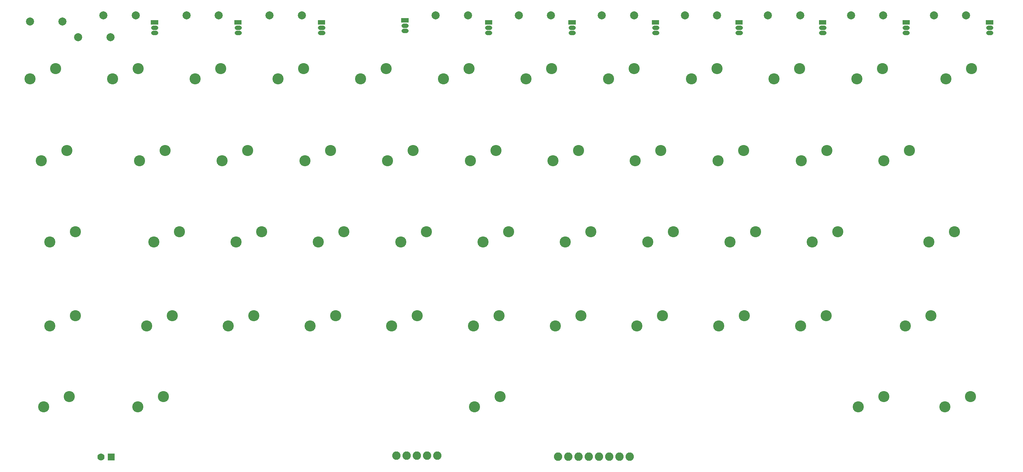
<source format=gts>
G04 Layer: TopSolderMaskLayer*
G04 EasyEDA v6.4.5, 2020-09-13T21:27:01+03:00*
G04 63316e0368094ceea4197b1f53c500b6,10*
G04 Gerber Generator version 0.2*
G04 Scale: 100 percent, Rotated: No, Reflected: No *
G04 Dimensions in millimeters *
G04 leading zeros omitted , absolute positions ,3 integer and 3 decimal *
%FSLAX33Y33*%
%MOMM*%
G90*
G71D02*

%ADD22C,1.103198*%
%ADD23C,2.743200*%
%ADD24C,2.082800*%
%ADD25R,1.778000X1.778000*%
%ADD26C,1.778000*%
%ADD28C,2.003196*%

%LPD*%
G54D22*
G01X205099Y111378D02*
G01X204399Y111378D01*
G01X205099Y110108D02*
G01X204399Y110108D01*
G01X101441Y111887D02*
G01X100741Y111887D01*
G01X101441Y110617D02*
G01X100741Y110617D01*
G01X80740Y111379D02*
G01X80040Y111379D01*
G01X80740Y110109D02*
G01X80040Y110109D01*
G01X246552Y111378D02*
G01X245852Y111378D01*
G01X246552Y110108D02*
G01X245852Y110108D01*
G01X225825Y111378D02*
G01X225125Y111378D01*
G01X225825Y110108D02*
G01X225125Y110108D01*
G01X122193Y111379D02*
G01X121493Y111379D01*
G01X122193Y110109D02*
G01X121493Y110109D01*
G01X184372Y111378D02*
G01X183672Y111378D01*
G01X184372Y110108D02*
G01X183672Y110108D01*
G01X163646Y111378D02*
G01X162946Y111378D01*
G01X163646Y110108D02*
G01X162946Y110108D01*
G01X142920Y111378D02*
G01X142220Y111378D01*
G01X142920Y110108D02*
G01X142220Y110108D01*
G01X60014Y111378D02*
G01X59314Y111378D01*
G01X60014Y110108D02*
G01X59314Y110108D01*
G01X39288Y111378D02*
G01X38588Y111378D01*
G01X39288Y110108D02*
G01X38588Y110108D01*
G54D23*
G01X28524Y98679D03*
G01X34874Y101219D03*
G01X49047Y98679D03*
G01X55397Y101219D03*
G01X69570Y98679D03*
G01X75920Y101219D03*
G01X90093Y98679D03*
G01X96443Y101219D03*
G01X110617Y98679D03*
G01X116967Y101219D03*
G01X131140Y98679D03*
G01X137490Y101219D03*
G01X151663Y98679D03*
G01X158013Y101219D03*
G01X172186Y98679D03*
G01X178536Y101219D03*
G01X192709Y98679D03*
G01X199059Y101219D03*
G54D24*
G01X139065Y4953D03*
G01X141605Y4953D03*
G01X144145Y4953D03*
G01X146685Y4953D03*
G01X149225Y4953D03*
G01X151765Y4953D03*
G01X154305Y4953D03*
G01X156845Y4953D03*
G01X98933Y5207D03*
G01X101473Y5207D03*
G01X104013Y5207D03*
G01X106553Y5207D03*
G01X109093Y5207D03*
G54D23*
G01X35179Y78359D03*
G01X41529Y80899D03*
G01X38735Y58166D03*
G01X45085Y60706D03*
G01X12954Y37338D03*
G01X19304Y39878D03*
G01X57245Y37338D03*
G01X63595Y39878D03*
G01X59167Y58166D03*
G01X65517Y60706D03*
G01X55710Y78359D03*
G01X62060Y80899D03*
G01X77533Y37338D03*
G01X83883Y39878D03*
G01X79600Y58166D03*
G01X85950Y60706D03*
G01X76242Y78359D03*
G01X82592Y80899D03*
G01X97821Y37338D03*
G01X104171Y39878D03*
G01X100033Y58166D03*
G01X106383Y60706D03*
G01X96774Y78359D03*
G01X103124Y80899D03*
G01X118110Y37338D03*
G01X124460Y39878D03*
G01X120466Y58166D03*
G01X126816Y60706D03*
G01X117305Y78359D03*
G01X123655Y80899D03*
G01X138398Y37338D03*
G01X144748Y39878D03*
G01X140899Y58166D03*
G01X147249Y60706D03*
G01X137837Y78359D03*
G01X144187Y80899D03*
G01X158686Y37338D03*
G01X165036Y39878D03*
G01X161332Y58166D03*
G01X167682Y60706D03*
G01X158241Y78359D03*
G01X164591Y80899D03*
G01X178974Y37338D03*
G01X185324Y39878D03*
G01X181765Y58166D03*
G01X188115Y60706D03*
G01X178816Y78359D03*
G01X185166Y80899D03*
G01X225298Y37338D03*
G01X231648Y39878D03*
G01X202198Y58166D03*
G01X208548Y60706D03*
G01X199432Y78359D03*
G01X205782Y80899D03*
G01X118364Y17272D03*
G01X124714Y19812D03*
G01X231139Y58166D03*
G01X237489Y60706D03*
G01X219964Y78359D03*
G01X226314Y80899D03*
G54D25*
G01X28194Y4826D03*
G54D26*
G01X25654Y4826D03*
G54D23*
G01X8001Y98679D03*
G01X14351Y101219D03*
G01X10795Y78359D03*
G01X17145Y80899D03*
G01X12954Y58166D03*
G01X19304Y60706D03*
G01X36957Y37338D03*
G01X43307Y39878D03*
G01X34798Y17272D03*
G01X41148Y19812D03*
G01X11430Y17272D03*
G01X17780Y19812D03*
G01X235077Y17272D03*
G01X241427Y19812D03*
G01X213614Y17272D03*
G01X219964Y19812D03*
G01X199263Y37338D03*
G01X205613Y39878D03*
G01X213233Y98679D03*
G01X219583Y101219D03*
G01X235331Y98679D03*
G01X241681Y101219D03*
G36*
G01X203847Y112097D02*
G01X203847Y113200D01*
G01X205651Y113200D01*
G01X205651Y112097D01*
G01X203847Y112097D01*
G37*
G36*
G01X100190Y112605D02*
G01X100190Y113708D01*
G01X101993Y113708D01*
G01X101993Y112605D01*
G01X100190Y112605D01*
G37*
G36*
G01X79489Y112097D02*
G01X79489Y113200D01*
G01X81292Y113200D01*
G01X81292Y112097D01*
G01X79489Y112097D01*
G37*
G36*
G01X245300Y112097D02*
G01X245300Y113200D01*
G01X247103Y113200D01*
G01X247103Y112097D01*
G01X245300Y112097D01*
G37*
G36*
G01X224574Y112097D02*
G01X224574Y113200D01*
G01X226377Y113200D01*
G01X226377Y112097D01*
G01X224574Y112097D01*
G37*
G36*
G01X120942Y112097D02*
G01X120942Y113200D01*
G01X122745Y113200D01*
G01X122745Y112097D01*
G01X120942Y112097D01*
G37*
G36*
G01X183121Y112097D02*
G01X183121Y113200D01*
G01X184924Y113200D01*
G01X184924Y112097D01*
G01X183121Y112097D01*
G37*
G36*
G01X162394Y112097D02*
G01X162394Y113200D01*
G01X164198Y113200D01*
G01X164198Y112097D01*
G01X162394Y112097D01*
G37*
G36*
G01X141668Y112097D02*
G01X141668Y113200D01*
G01X143471Y113200D01*
G01X143471Y112097D01*
G01X141668Y112097D01*
G37*
G36*
G01X58762Y112097D02*
G01X58762Y113200D01*
G01X60566Y113200D01*
G01X60566Y112097D01*
G01X58762Y112097D01*
G37*
G36*
G01X38036Y112097D02*
G01X38036Y113200D01*
G01X39839Y113200D01*
G01X39839Y112097D01*
G01X38036Y112097D01*
G37*
G54D28*
G01X116725Y114427D03*
G01X108725Y114427D03*
G01X34276Y114427D03*
G01X26276Y114427D03*
G01X240397Y114427D03*
G01X232397Y114427D03*
G01X219785Y114427D03*
G01X211785Y114427D03*
G01X75500Y114427D03*
G01X67501Y114427D03*
G01X54888Y114427D03*
G01X46888Y114427D03*
G01X137337Y114427D03*
G01X129337Y114427D03*
G01X157949Y114427D03*
G01X149949Y114427D03*
G01X178561Y114427D03*
G01X170561Y114427D03*
G01X199173Y114427D03*
G01X191173Y114427D03*
G01X16064Y112903D03*
G01X8065Y112903D03*
G01X28002Y108966D03*
G01X20003Y108966D03*
M00*
M02*

</source>
